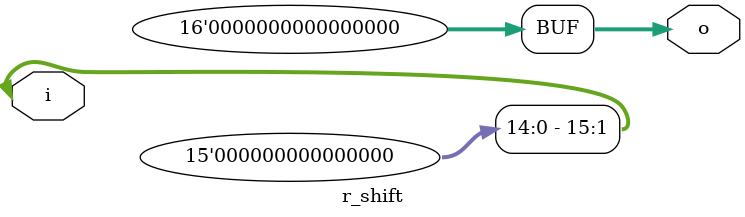
<source format=sv>
module r_shift#(parameter N=16)(
  input [N-1:0] i,
  output [N-1:0] o
);
  
  assign o[N-1:0] = 1'b0;
  assign o[N-2:0] = i[N-1:1];
  
endmodule


</source>
